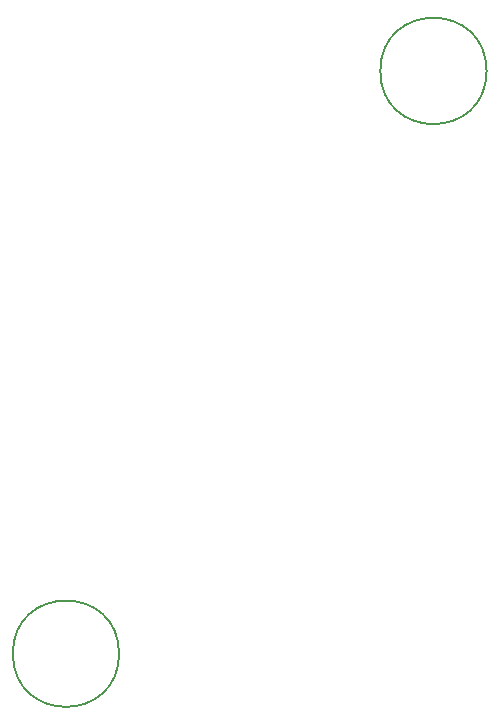
<source format=gbr>
%TF.GenerationSoftware,KiCad,Pcbnew,(6.0.9)*%
%TF.CreationDate,2023-04-01T15:16:26-08:00*%
%TF.ProjectId,OBOGS PANEL,4f424f47-5320-4504-914e-454c2e6b6963,3*%
%TF.SameCoordinates,Original*%
%TF.FileFunction,Other,Comment*%
%FSLAX46Y46*%
G04 Gerber Fmt 4.6, Leading zero omitted, Abs format (unit mm)*
G04 Created by KiCad (PCBNEW (6.0.9)) date 2023-04-01 15:16:26*
%MOMM*%
%LPD*%
G01*
G04 APERTURE LIST*
%ADD10C,0.150000*%
G04 APERTURE END LIST*
D10*
%TO.C,2*%
X200621157Y-74108067D02*
G75*
G03*
X200621157Y-74108067I-4500000J0D01*
G01*
%TO.C,3*%
X169506157Y-123447567D02*
G75*
G03*
X169506157Y-123447567I-4500000J0D01*
G01*
%TD*%
M02*

</source>
